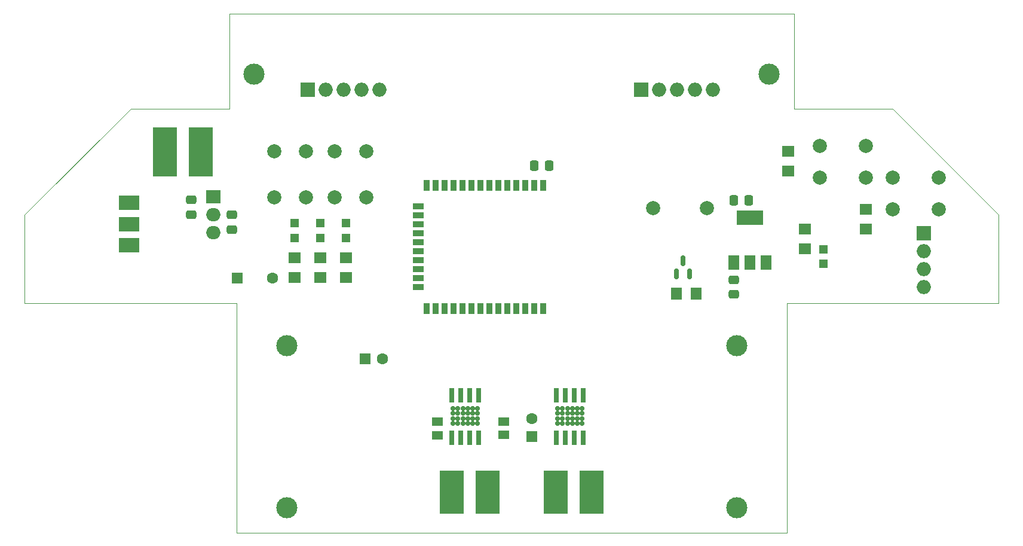
<source format=gbr>
%TF.GenerationSoftware,KiCad,Pcbnew,(7.0.0)*%
%TF.CreationDate,2023-10-30T21:57:29-03:00*%
%TF.ProjectId,Main_Board_COYOTE_TB67H451AFNG,4d61696e-5f42-46f6-9172-645f434f594f,rev?*%
%TF.SameCoordinates,Original*%
%TF.FileFunction,Soldermask,Top*%
%TF.FilePolarity,Negative*%
%FSLAX46Y46*%
G04 Gerber Fmt 4.6, Leading zero omitted, Abs format (unit mm)*
G04 Created by KiCad (PCBNEW (7.0.0)) date 2023-10-30 21:57:29*
%MOMM*%
%LPD*%
G01*
G04 APERTURE LIST*
G04 Aperture macros list*
%AMRoundRect*
0 Rectangle with rounded corners*
0 $1 Rounding radius*
0 $2 $3 $4 $5 $6 $7 $8 $9 X,Y pos of 4 corners*
0 Add a 4 corners polygon primitive as box body*
4,1,4,$2,$3,$4,$5,$6,$7,$8,$9,$2,$3,0*
0 Add four circle primitives for the rounded corners*
1,1,$1+$1,$2,$3*
1,1,$1+$1,$4,$5*
1,1,$1+$1,$6,$7*
1,1,$1+$1,$8,$9*
0 Add four rect primitives between the rounded corners*
20,1,$1+$1,$2,$3,$4,$5,0*
20,1,$1+$1,$4,$5,$6,$7,0*
20,1,$1+$1,$6,$7,$8,$9,0*
20,1,$1+$1,$8,$9,$2,$3,0*%
G04 Aperture macros list end*
%ADD10R,3.000000X2.000000*%
%ADD11C,0.700000*%
%ADD12R,3.500000X6.160000*%
%ADD13R,3.500000X6.180000*%
%ADD14R,1.198880X1.198880*%
%ADD15C,3.000000*%
%ADD16R,0.900000X1.500000*%
%ADD17R,1.500000X0.900000*%
%ADD18R,1.498600X1.300480*%
%ADD19RoundRect,0.250000X0.475000X-0.337500X0.475000X0.337500X-0.475000X0.337500X-0.475000X-0.337500X0*%
%ADD20R,1.500000X2.000000*%
%ADD21R,3.800000X2.000000*%
%ADD22RoundRect,0.250000X0.337500X0.475000X-0.337500X0.475000X-0.337500X-0.475000X0.337500X-0.475000X0*%
%ADD23C,2.000000*%
%ADD24R,2.000000X2.000000*%
%ADD25O,2.000000X2.000000*%
%ADD26R,1.803400X1.600200*%
%ADD27R,1.600000X1.600000*%
%ADD28C,1.600000*%
%ADD29RoundRect,0.250000X-0.475000X0.337500X-0.475000X-0.337500X0.475000X-0.337500X0.475000X0.337500X0*%
%ADD30R,1.600200X1.803400*%
%ADD31R,3.500000X7.000000*%
%ADD32R,0.711200X2.000000*%
%ADD33RoundRect,0.150000X0.150000X-0.587500X0.150000X0.587500X-0.150000X0.587500X-0.150000X-0.587500X0*%
%ADD34R,2.000000X1.905000*%
%ADD35O,2.000000X1.905000*%
%TA.AperFunction,Profile*%
%ADD36C,0.100000*%
%TD*%
G04 APERTURE END LIST*
%TO.C,G\u002A\u002A\u002A*%
G36*
X86179871Y-101984073D02*
G01*
X86172462Y-101991482D01*
X86165052Y-101984073D01*
X86172462Y-101976663D01*
X86179871Y-101984073D01*
G37*
G36*
X84297841Y-102295275D02*
G01*
X84290431Y-102302684D01*
X84283022Y-102295275D01*
X84290431Y-102287865D01*
X84297841Y-102295275D01*
G37*
G36*
X87024562Y-102354551D02*
G01*
X87017152Y-102361961D01*
X87009743Y-102354551D01*
X87017152Y-102347142D01*
X87024562Y-102354551D01*
G37*
G36*
X83334597Y-102858402D02*
G01*
X83327187Y-102865811D01*
X83319778Y-102858402D01*
X83327187Y-102850992D01*
X83334597Y-102858402D01*
G37*
G36*
X87558051Y-102962136D02*
G01*
X87550641Y-102969545D01*
X87543232Y-102962136D01*
X87550641Y-102954726D01*
X87558051Y-102962136D01*
G37*
G36*
X86698541Y-103347433D02*
G01*
X86691131Y-103354843D01*
X86683722Y-103347433D01*
X86691131Y-103340024D01*
X86698541Y-103347433D01*
G37*
G36*
X86372520Y-103762369D02*
G01*
X86365110Y-103769779D01*
X86357701Y-103762369D01*
X86365110Y-103754960D01*
X86372520Y-103762369D01*
G37*
G36*
X82993757Y-103836465D02*
G01*
X82986347Y-103843874D01*
X82978938Y-103836465D01*
X82986347Y-103829055D01*
X82993757Y-103836465D01*
G37*
G36*
X88210093Y-103910561D02*
G01*
X88202683Y-103917970D01*
X88195274Y-103910561D01*
X88202683Y-103903151D01*
X88210093Y-103910561D01*
G37*
G36*
X85883489Y-104444049D02*
G01*
X85876079Y-104451459D01*
X85868669Y-104444049D01*
X85876079Y-104436640D01*
X85883489Y-104444049D01*
G37*
G36*
X87750700Y-104473688D02*
G01*
X87743290Y-104481097D01*
X87735881Y-104473688D01*
X87743290Y-104466278D01*
X87750700Y-104473688D01*
G37*
G36*
X82638098Y-104473688D02*
G01*
X82630688Y-104481097D01*
X82623278Y-104473688D01*
X82630688Y-104466278D01*
X82638098Y-104473688D01*
G37*
G36*
X87721061Y-104518145D02*
G01*
X87713652Y-104525555D01*
X87706242Y-104518145D01*
X87713652Y-104510736D01*
X87721061Y-104518145D01*
G37*
G36*
X87676604Y-104577422D02*
G01*
X87669194Y-104584831D01*
X87661785Y-104577422D01*
X87669194Y-104570012D01*
X87676604Y-104577422D01*
G37*
G36*
X82400991Y-104977538D02*
G01*
X82393582Y-104984948D01*
X82386172Y-104977538D01*
X82393582Y-104970129D01*
X82400991Y-104977538D01*
G37*
G36*
X85438914Y-105021996D02*
G01*
X85431505Y-105029405D01*
X85424095Y-105021996D01*
X85431505Y-105014586D01*
X85438914Y-105021996D01*
G37*
G36*
X85350000Y-105155368D02*
G01*
X85342590Y-105162778D01*
X85335180Y-105155368D01*
X85342590Y-105147958D01*
X85350000Y-105155368D01*
G37*
G36*
X81953796Y-105346029D02*
G01*
X81951478Y-105350487D01*
X81933891Y-105352260D01*
X81931719Y-105350487D01*
X81933753Y-105341677D01*
X81941598Y-105340607D01*
X81953796Y-105346029D01*
G37*
G36*
X88625029Y-105481389D02*
G01*
X88617619Y-105488799D01*
X88610210Y-105481389D01*
X88617619Y-105473979D01*
X88625029Y-105481389D01*
G37*
G36*
X84905425Y-108311844D02*
G01*
X84898016Y-108319254D01*
X84890606Y-108311844D01*
X84898016Y-108304435D01*
X84905425Y-108311844D01*
G37*
G36*
X89437460Y-108902622D02*
G01*
X89435142Y-108907079D01*
X89417555Y-108908853D01*
X89415383Y-108907079D01*
X89417417Y-108898269D01*
X89425262Y-108897200D01*
X89437460Y-108902622D01*
G37*
G36*
X89188156Y-109082439D02*
G01*
X89180746Y-109089849D01*
X89173337Y-109082439D01*
X89180746Y-109075030D01*
X89188156Y-109082439D01*
G37*
G36*
X84533878Y-109585854D02*
G01*
X84534947Y-109593699D01*
X84529525Y-109605897D01*
X84525068Y-109603579D01*
X84523294Y-109585992D01*
X84525068Y-109583820D01*
X84533878Y-109585854D01*
G37*
G36*
X86430727Y-109689588D02*
G01*
X86431797Y-109697433D01*
X86426374Y-109709631D01*
X86421917Y-109707313D01*
X86420144Y-109689726D01*
X86421917Y-109687554D01*
X86430727Y-109689588D01*
G37*
G36*
X87851812Y-109717675D02*
G01*
X87849494Y-109722132D01*
X87831907Y-109723906D01*
X87829735Y-109722132D01*
X87831769Y-109713322D01*
X87839615Y-109712253D01*
X87851812Y-109717675D01*
G37*
G36*
X82504725Y-109734481D02*
G01*
X82497316Y-109741891D01*
X82489906Y-109734481D01*
X82497316Y-109727072D01*
X82504725Y-109734481D01*
G37*
G36*
X88165636Y-109853034D02*
G01*
X88158226Y-109860444D01*
X88150816Y-109853034D01*
X88158226Y-109845625D01*
X88165636Y-109853034D01*
G37*
G36*
X84653500Y-109853034D02*
G01*
X84646091Y-109860444D01*
X84638681Y-109853034D01*
X84646091Y-109845625D01*
X84653500Y-109853034D01*
G37*
G36*
X87853364Y-110045247D02*
G01*
X87854434Y-110053093D01*
X87849012Y-110065291D01*
X87844554Y-110062972D01*
X87842781Y-110045385D01*
X87844554Y-110043213D01*
X87853364Y-110045247D01*
G37*
%TD*%
D10*
%TO.C,SW1*%
X94042499Y-98238999D03*
X94042499Y-104238999D03*
X94042499Y-101238999D03*
%TD*%
D11*
%TO.C,J6*%
X138940000Y-136710000D03*
X138940000Y-137330000D03*
X138940000Y-137930000D03*
X138940000Y-138550000D03*
X139540000Y-136710000D03*
X139540000Y-137330000D03*
X139540000Y-137930000D03*
X139540000Y-138550000D03*
D12*
X139799999Y-139209999D03*
D11*
X140140000Y-136690000D03*
X140140000Y-137310000D03*
X140140000Y-137910000D03*
X140140000Y-138530000D03*
X140740000Y-136710000D03*
X140740000Y-137330000D03*
X140740000Y-137930000D03*
X140740000Y-138550000D03*
X144040000Y-136710000D03*
X144040000Y-137330000D03*
X144040000Y-137930000D03*
X144040000Y-138550000D03*
X144640000Y-136710000D03*
X144640000Y-137330000D03*
X144640000Y-137930000D03*
X144640000Y-138550000D03*
D13*
X144879999Y-139199999D03*
D11*
X145240000Y-136710000D03*
X145240000Y-137330000D03*
X145240000Y-137930000D03*
X145240000Y-138550000D03*
X145840000Y-136710000D03*
X145840000Y-137330000D03*
X145840000Y-137930000D03*
X145840000Y-138550000D03*
%TD*%
D14*
%TO.C,D1*%
X117522499Y-101110979D03*
X117522499Y-103209019D03*
%TD*%
D15*
%TO.C,H1*%
X116382500Y-118410000D03*
%TD*%
D14*
%TO.C,D3*%
X124822499Y-101110979D03*
X124822499Y-103209019D03*
%TD*%
D16*
%TO.C,U3*%
X152773749Y-95704999D03*
X151503749Y-95704999D03*
X150233749Y-95704999D03*
X148963749Y-95704999D03*
X147693749Y-95704999D03*
X146423749Y-95704999D03*
X145153749Y-95704999D03*
X143883749Y-95704999D03*
X142613749Y-95704999D03*
X141343749Y-95704999D03*
X140073749Y-95704999D03*
X138803749Y-95704999D03*
X137533749Y-95704999D03*
X136263749Y-95704999D03*
D17*
X135013749Y-98744999D03*
X135013749Y-100014999D03*
X135013749Y-101284999D03*
X135013749Y-102554999D03*
X135013749Y-103824999D03*
X135013749Y-105094999D03*
X135013749Y-106364999D03*
X135013749Y-107634999D03*
X135013749Y-108904999D03*
X135013749Y-110174999D03*
D16*
X136263749Y-113204999D03*
X137533749Y-113204999D03*
X138803749Y-113204999D03*
X140073749Y-113204999D03*
X141343749Y-113204999D03*
X142613749Y-113204999D03*
X143883749Y-113204999D03*
X145153749Y-113204999D03*
X146423749Y-113204999D03*
X147693749Y-113204999D03*
X148963749Y-113204999D03*
X150233749Y-113204999D03*
X151503749Y-113204999D03*
X152773749Y-113204999D03*
%TD*%
D14*
%TO.C,D4*%
X192469999Y-106875039D03*
X192469999Y-104776999D03*
%TD*%
D18*
%TO.C,C10*%
X137719999Y-131092499D03*
X137719999Y-129187499D03*
%TD*%
D19*
%TO.C,C6*%
X108642500Y-101985000D03*
X108642500Y-99910000D03*
%TD*%
D20*
%TO.C,U1*%
X179719999Y-106649999D03*
X182019999Y-106649999D03*
D21*
X182019999Y-100349999D03*
D20*
X184319999Y-106649999D03*
%TD*%
D22*
%TO.C,C8*%
X153578750Y-92926250D03*
X151503750Y-92926250D03*
%TD*%
D23*
%TO.C,EN1*%
X191972500Y-90131000D03*
X198472500Y-90131000D03*
X191972500Y-94631000D03*
X198472500Y-94631000D03*
%TD*%
D24*
%TO.C,J3*%
X166586249Y-82204999D03*
D25*
X169126249Y-82204999D03*
X171666249Y-82204999D03*
X174206249Y-82204999D03*
X176746249Y-82204999D03*
%TD*%
D23*
%TO.C,BOOT1*%
X202281250Y-94631000D03*
X208781250Y-94631000D03*
X202281250Y-99131000D03*
X208781250Y-99131000D03*
%TD*%
%TO.C,SW2*%
X114642500Y-97430000D03*
X114642500Y-90930000D03*
X119142500Y-97430000D03*
X119142500Y-90930000D03*
%TD*%
D26*
%TO.C,R2*%
X187482499Y-90932999D03*
X187482499Y-93726999D03*
%TD*%
D27*
%TO.C,C11*%
X127504887Y-120329999D03*
D28*
X130004888Y-120330000D03*
%TD*%
D29*
%TO.C,C3*%
X102880000Y-97777500D03*
X102880000Y-99852500D03*
%TD*%
D24*
%TO.C,J4*%
X119421249Y-82204999D03*
D25*
X121961249Y-82204999D03*
X124501249Y-82204999D03*
X127041249Y-82204999D03*
X129581249Y-82204999D03*
%TD*%
D15*
%TO.C,H2*%
X180178850Y-118410000D03*
%TD*%
D30*
%TO.C,R6*%
X171602999Y-111099999D03*
X174396999Y-111099999D03*
%TD*%
D11*
%TO.C,J2*%
X98220000Y-91200000D03*
X98220000Y-91820000D03*
X98220000Y-92420000D03*
X98220000Y-93040000D03*
X98820000Y-91200000D03*
X98820000Y-91820000D03*
X98820000Y-92420000D03*
X98820000Y-93040000D03*
D31*
X99179999Y-90959999D03*
D11*
X99420000Y-91200000D03*
X99420000Y-91820000D03*
X99420000Y-92420000D03*
X99420000Y-93040000D03*
X100020000Y-91200000D03*
X100020000Y-91820000D03*
X100020000Y-92420000D03*
X100020000Y-93040000D03*
X103320000Y-91200000D03*
X103320000Y-91820000D03*
X103320000Y-92420000D03*
X103320000Y-93040000D03*
X103920000Y-91220000D03*
X103920000Y-91840000D03*
X103920000Y-92440000D03*
X103920000Y-93060000D03*
D31*
X104259999Y-90959999D03*
D11*
X104520000Y-91200000D03*
X104520000Y-91820000D03*
X104520000Y-92420000D03*
X104520000Y-93040000D03*
X105120000Y-91200000D03*
X105120000Y-91820000D03*
X105120000Y-92420000D03*
X105120000Y-93040000D03*
%TD*%
D26*
%TO.C,R1*%
X198472499Y-99130999D03*
X198472499Y-101924999D03*
%TD*%
%TO.C,R3*%
X117522499Y-108777999D03*
X117522499Y-105983999D03*
%TD*%
D15*
%TO.C,H5*%
X184781250Y-79980000D03*
%TD*%
D32*
%TO.C,U4*%
X158379999Y-125439999D03*
D11*
X158275000Y-129440000D03*
X158275000Y-128740000D03*
X158275000Y-128040000D03*
X158275000Y-127340000D03*
X157575000Y-129440000D03*
X157575000Y-128740000D03*
X157575000Y-128040000D03*
X157575000Y-127340000D03*
X156875000Y-129440000D03*
X156875000Y-128740000D03*
X156875000Y-128040000D03*
X156875000Y-127340000D03*
X156175000Y-129440000D03*
X156175000Y-128740000D03*
X156175000Y-128040000D03*
X156175000Y-127340000D03*
X155475000Y-129440000D03*
X155475000Y-128740000D03*
X155475000Y-128040000D03*
X155475000Y-127340000D03*
X154775000Y-129440000D03*
X154775000Y-128740000D03*
X154775000Y-128040000D03*
X154775000Y-127340000D03*
D32*
X157109999Y-125439999D03*
X155839999Y-125439999D03*
X154569999Y-125439999D03*
X154569999Y-131439999D03*
X155839999Y-131439999D03*
X157109999Y-131439999D03*
X158379999Y-131439999D03*
%TD*%
D19*
%TO.C,C2*%
X179720000Y-111167500D03*
X179720000Y-109092500D03*
%TD*%
D11*
%TO.C,J5*%
X153683321Y-136710000D03*
X153683321Y-137330000D03*
X153683321Y-137930000D03*
X153683321Y-138550000D03*
X154283321Y-136710000D03*
X154283321Y-137330000D03*
X154283321Y-137930000D03*
X154283321Y-138550000D03*
D12*
X154543320Y-139209999D03*
D11*
X154883321Y-136690000D03*
X154883321Y-137310000D03*
X154883321Y-137910000D03*
X154883321Y-138530000D03*
X155483321Y-136710000D03*
X155483321Y-137330000D03*
X155483321Y-137930000D03*
X155483321Y-138550000D03*
X158783321Y-136710000D03*
X158783321Y-137330000D03*
X158783321Y-137930000D03*
X158783321Y-138550000D03*
X159383321Y-136710000D03*
X159383321Y-137330000D03*
X159383321Y-137930000D03*
X159383321Y-138550000D03*
D12*
X159623320Y-139209999D03*
D11*
X159983321Y-136710000D03*
X159983321Y-137330000D03*
X159983321Y-137930000D03*
X159983321Y-138550000D03*
X160583321Y-136710000D03*
X160583321Y-137330000D03*
X160583321Y-137930000D03*
X160583321Y-138550000D03*
%TD*%
D15*
%TO.C,H4*%
X116382500Y-141400000D03*
%TD*%
%TO.C,H3*%
X180178850Y-141400000D03*
%TD*%
D23*
%TO.C,BZ1*%
X168342500Y-98980000D03*
X175942500Y-98980000D03*
%TD*%
D33*
%TO.C,Q1*%
X171603000Y-108297500D03*
X173503000Y-108297500D03*
X172553000Y-106422500D03*
%TD*%
D27*
%TO.C,C12*%
X151169999Y-131269999D03*
D28*
X151170000Y-128770000D03*
%TD*%
D24*
%TO.C,J1*%
X206649999Y-102479999D03*
D25*
X206649999Y-105019999D03*
X206649999Y-107559999D03*
X206649999Y-110099999D03*
%TD*%
D18*
%TO.C,C9*%
X147169999Y-131082499D03*
X147169999Y-129177499D03*
%TD*%
D26*
%TO.C,R9*%
X189859999Y-101924999D03*
X189859999Y-104718999D03*
%TD*%
%TO.C,R4*%
X121172499Y-108777999D03*
X121172499Y-105983999D03*
%TD*%
D34*
%TO.C,U2*%
X106042499Y-97369999D03*
D35*
X106042499Y-99909999D03*
X106042499Y-102449999D03*
%TD*%
D14*
%TO.C,D2*%
X121172499Y-101110979D03*
X121172499Y-103209019D03*
%TD*%
D32*
%TO.C,U5*%
X143559999Y-125439999D03*
D11*
X143455000Y-129440000D03*
X143455000Y-128740000D03*
X143455000Y-128040000D03*
X143455000Y-127340000D03*
X142755000Y-129440000D03*
X142755000Y-128740000D03*
X142755000Y-128040000D03*
X142755000Y-127340000D03*
X142055000Y-129440000D03*
X142055000Y-128740000D03*
X142055000Y-128040000D03*
X142055000Y-127340000D03*
X141355000Y-129440000D03*
X141355000Y-128740000D03*
X141355000Y-128040000D03*
X141355000Y-127340000D03*
X140655000Y-129440000D03*
X140655000Y-128740000D03*
X140655000Y-128040000D03*
X140655000Y-127340000D03*
X139955000Y-129440000D03*
X139955000Y-128740000D03*
X139955000Y-128040000D03*
X139955000Y-127340000D03*
D32*
X142289999Y-125439999D03*
X141019999Y-125439999D03*
X139749999Y-125439999D03*
X139749999Y-131439999D03*
X141019999Y-131439999D03*
X142289999Y-131439999D03*
X143559999Y-131439999D03*
%TD*%
D26*
%TO.C,R5*%
X124762499Y-108777999D03*
X124762499Y-105983999D03*
%TD*%
D27*
%TO.C,C1*%
X109359999Y-108849999D03*
D28*
X114360000Y-108850000D03*
%TD*%
D23*
%TO.C,SW3*%
X123192500Y-97430000D03*
X123192500Y-90930000D03*
X127692500Y-97430000D03*
X127692500Y-90930000D03*
%TD*%
D15*
%TO.C,H6*%
X111781250Y-79980000D03*
%TD*%
D22*
%TO.C,C5*%
X181850000Y-97830000D03*
X179775000Y-97830000D03*
%TD*%
D36*
X187281250Y-144905000D02*
X187281250Y-112405000D01*
X79281250Y-99905000D02*
X79281250Y-112405000D01*
X217281250Y-112405000D02*
X217281250Y-99905000D01*
X108281250Y-71405000D02*
X108281250Y-84905000D01*
X187281250Y-112405000D02*
X217281250Y-112405000D01*
X109281250Y-112405000D02*
X109281250Y-144905000D01*
X94281250Y-84905000D02*
X79281250Y-99905000D01*
X188281250Y-84905000D02*
X188281250Y-71405000D01*
X202281250Y-84905000D02*
X188281250Y-84905000D01*
X217281250Y-99905000D02*
X202281250Y-84905000D01*
X188281250Y-71405000D02*
X108281250Y-71405000D01*
X79281250Y-112405000D02*
X109281250Y-112405000D01*
X109281250Y-144905000D02*
X187281250Y-144905000D01*
X108281250Y-84905000D02*
X94281250Y-84905000D01*
M02*

</source>
